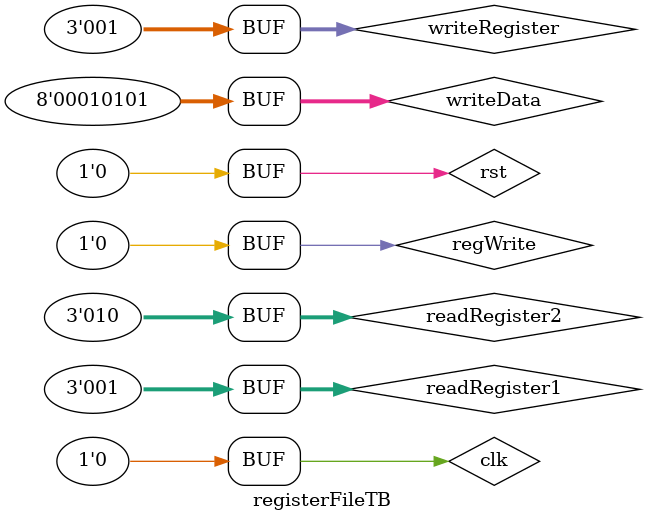
<source format=v>
module registerFile(
	input [2:0] readRegister1, readRegister2, writeRegister,
	input clk, rst, regWrite,
	input [7:0]writeData,
	output [7:0] readData1, readData2
);
	reg [7:0]mem[0:7];
	integer i;

	always @(negedge clk or posedge rst) begin
		if (rst) begin
            for (i = 0; i < 8; i = i + 1)
                mem[i] = 8'b0;
        end
        else if (regWrite)
            mem[writeRegister] = writeData;
        mem[0] = 8'b0;
	end

	assign readData1 = mem[readRegister1];
    assign readData2 = mem[readRegister2];

endmodule

module registerFileTB();
	reg [2:0] readRegister1, readRegister2, writeRegister;
	reg clk, rst, regWrite;
	reg [7:0]writeData;
	wire [7:0] readData1, readData2;

  	registerFile regFile(readRegister1, readRegister2, writeRegister, clk, rst, regWrite, writeData, readData1, readData2);
  
	initial begin
		clk=0;
    	repeat (40)
    	#200 clk=~clk;
	end
  
  	initial begin
    	#200;
    	rst = 1; 
	    #400;
	    rst = 0;
	    readRegister1 = 3'b001;
	    readRegister2 = 3'b010;
	    regWrite = 1'b0;
	    #400;
	    writeRegister = 3'b001;
	    writeData = 8'b00010101;
	    readRegister1 = 3'b011;
	    readRegister2 = 3'b100;
	    regWrite = 1'b1;
	    #400;
	    readRegister1 = 3'b001;
	    readRegister2 = 3'b010;
	    regWrite = 1'b0;
	    #400;
  	end
endmodule
</source>
